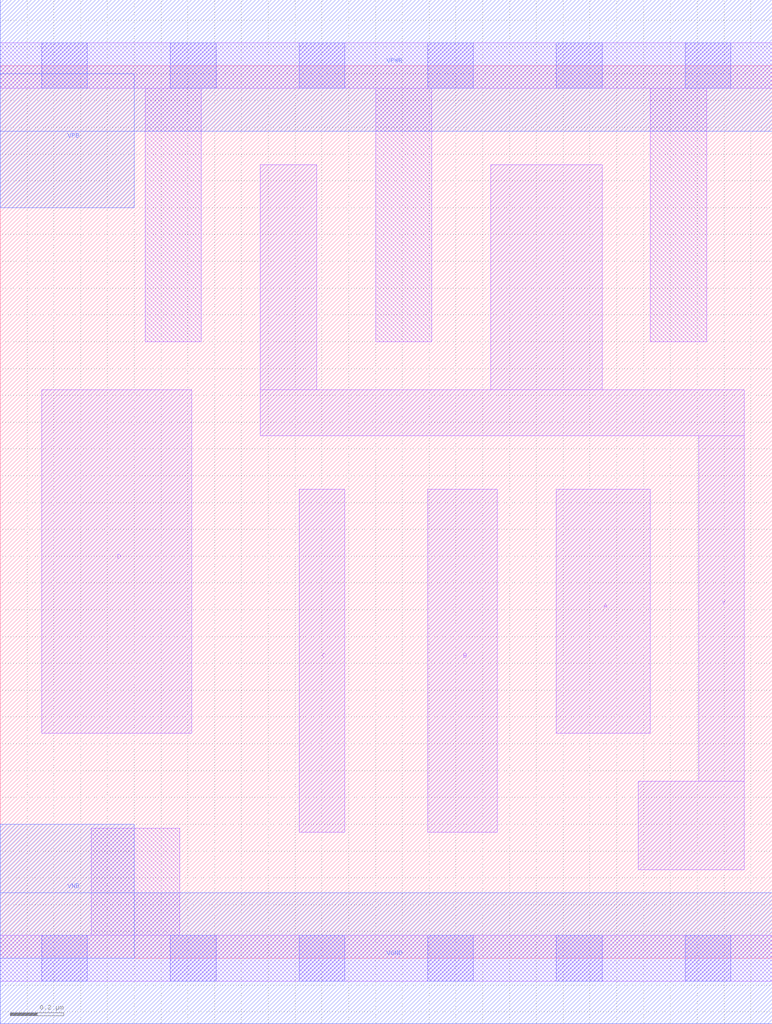
<source format=lef>
# Copyright 2020 The SkyWater PDK Authors
#
# Licensed under the Apache License, Version 2.0 (the "License");
# you may not use this file except in compliance with the License.
# You may obtain a copy of the License at
#
#     https://www.apache.org/licenses/LICENSE-2.0
#
# Unless required by applicable law or agreed to in writing, software
# distributed under the License is distributed on an "AS IS" BASIS,
# WITHOUT WARRANTIES OR CONDITIONS OF ANY KIND, either express or implied.
# See the License for the specific language governing permissions and
# limitations under the License.
#
# SPDX-License-Identifier: Apache-2.0

VERSION 5.5 ;
NAMESCASESENSITIVE ON ;
BUSBITCHARS "[]" ;
DIVIDERCHAR "/" ;
MACRO sky130_fd_sc_lp__nand4_m
  CLASS CORE ;
  SOURCE USER ;
  ORIGIN  0.000000  0.000000 ;
  SIZE  2.880000 BY  3.330000 ;
  SYMMETRY X Y R90 ;
  SITE unit ;
  PIN A
    ANTENNAGATEAREA  0.126000 ;
    DIRECTION INPUT ;
    USE SIGNAL ;
    PORT
      LAYER li1 ;
        RECT 2.075000 0.840000 2.425000 1.750000 ;
    END
  END A
  PIN B
    ANTENNAGATEAREA  0.126000 ;
    DIRECTION INPUT ;
    USE SIGNAL ;
    PORT
      LAYER li1 ;
        RECT 1.595000 0.470000 1.855000 1.750000 ;
    END
  END B
  PIN C
    ANTENNAGATEAREA  0.126000 ;
    DIRECTION INPUT ;
    USE SIGNAL ;
    PORT
      LAYER li1 ;
        RECT 1.115000 0.470000 1.285000 1.750000 ;
    END
  END C
  PIN D
    ANTENNAGATEAREA  0.126000 ;
    DIRECTION INPUT ;
    USE SIGNAL ;
    PORT
      LAYER li1 ;
        RECT 0.155000 0.840000 0.715000 2.120000 ;
    END
  END D
  PIN Y
    ANTENNADIFFAREA  0.354900 ;
    DIRECTION OUTPUT ;
    USE SIGNAL ;
    PORT
      LAYER li1 ;
        RECT 0.970000 1.950000 2.775000 2.120000 ;
        RECT 0.970000 2.120000 1.180000 2.960000 ;
        RECT 1.830000 2.120000 2.245000 2.960000 ;
        RECT 2.380000 0.330000 2.775000 0.660000 ;
        RECT 2.605000 0.660000 2.775000 1.950000 ;
    END
  END Y
  PIN VGND
    DIRECTION INOUT ;
    USE GROUND ;
    PORT
      LAYER met1 ;
        RECT 0.000000 -0.245000 2.880000 0.245000 ;
    END
  END VGND
  PIN VNB
    DIRECTION INOUT ;
    USE GROUND ;
    PORT
      LAYER met1 ;
        RECT 0.000000 0.000000 0.500000 0.500000 ;
    END
  END VNB
  PIN VPB
    DIRECTION INOUT ;
    USE POWER ;
    PORT
      LAYER met1 ;
        RECT 0.000000 2.800000 0.500000 3.300000 ;
    END
  END VPB
  PIN VPWR
    DIRECTION INOUT ;
    USE POWER ;
    PORT
      LAYER met1 ;
        RECT 0.000000 3.085000 2.880000 3.575000 ;
    END
  END VPWR
  OBS
    LAYER li1 ;
      RECT 0.000000 -0.085000 2.880000 0.085000 ;
      RECT 0.000000  3.245000 2.880000 3.415000 ;
      RECT 0.340000  0.085000 0.670000 0.485000 ;
      RECT 0.540000  2.300000 0.750000 3.245000 ;
      RECT 1.400000  2.300000 1.610000 3.245000 ;
      RECT 2.425000  2.300000 2.635000 3.245000 ;
    LAYER mcon ;
      RECT 0.155000 -0.085000 0.325000 0.085000 ;
      RECT 0.155000  3.245000 0.325000 3.415000 ;
      RECT 0.635000 -0.085000 0.805000 0.085000 ;
      RECT 0.635000  3.245000 0.805000 3.415000 ;
      RECT 1.115000 -0.085000 1.285000 0.085000 ;
      RECT 1.115000  3.245000 1.285000 3.415000 ;
      RECT 1.595000 -0.085000 1.765000 0.085000 ;
      RECT 1.595000  3.245000 1.765000 3.415000 ;
      RECT 2.075000 -0.085000 2.245000 0.085000 ;
      RECT 2.075000  3.245000 2.245000 3.415000 ;
      RECT 2.555000 -0.085000 2.725000 0.085000 ;
      RECT 2.555000  3.245000 2.725000 3.415000 ;
  END
END sky130_fd_sc_lp__nand4_m

</source>
